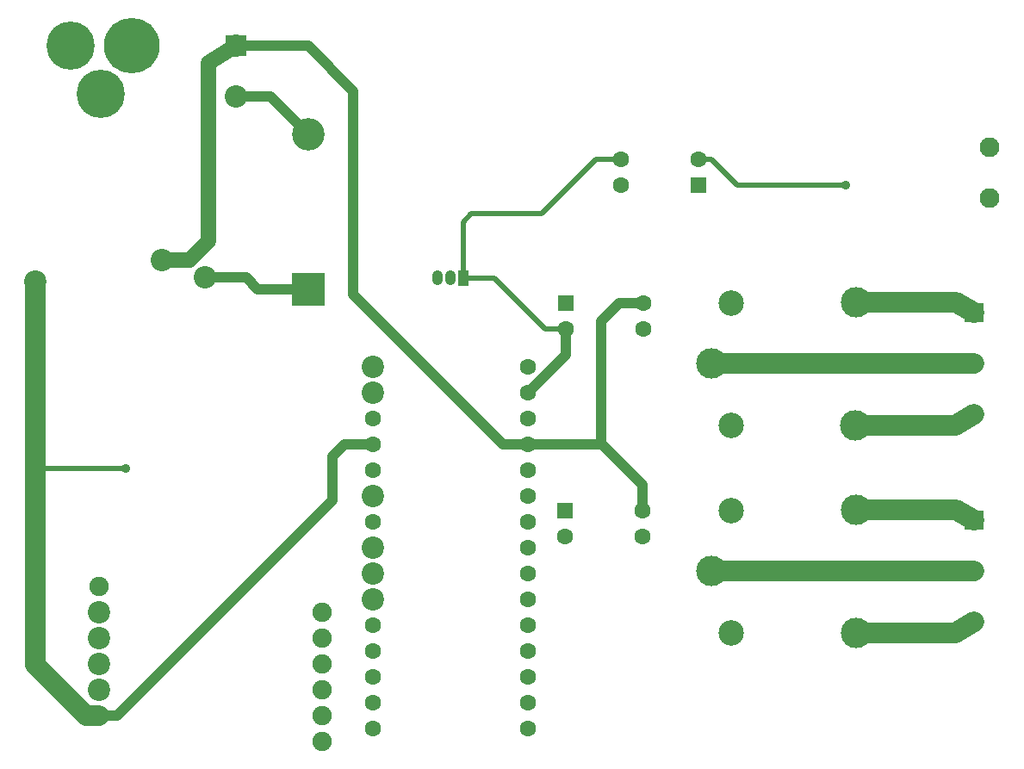
<source format=gbr>
G04 Created by GerbView*
%FSLAX35Y35*%
%MOMM*%
G75*
%ADD10C,0.0254*%
%ADD11C,2.9997*%
%ADD12C,2.4994*%
%ADD13R,1.5977X0.0000*%
%ADD14C,1.5977*%
%ADD15R,1.5977X1.5977*%
%ADD16R,1.9482X1.9482*%
%ADD17C,1.9482*%
%ADD18C,5.4585*%
%ADD19C,4.7396*%
%ADD20R,1.0490X1.4986*%
%ADD21R,1.0490X0.4496*%
%ADD22C,1.0490*%
%ADD23R,3.1979X3.1979*%
%ADD24R,3.1979X0.0000*%
%ADD25C,3.1979*%
%ADD26R,1.9990X1.9990*%
%ADD27C,1.9990*%
%ADD28C,1.8999*%
%ADD29C,2.1996*%
%ADD30C,0.8992*%
%ADD31C,0.4978*%
%ADD32C,0.9982*%
%ADD33C,1.9990*%
%ADD34C,1.4986*%
%LNEXPORT*%
D02*
D10*
D11*
X16082200Y-12086200D03*
D10*
D12*
X16277200Y-12691199D03*
D10*
D11*
X17497200Y-12691199D03*
D10*
D11*
X17502200Y-11486200D03*
D10*
D12*
X16277200Y-11491200D03*
D10*
D11*
X16079700Y-10046200D03*
D10*
D12*
X16274700Y-10651199D03*
D10*
D11*
X17494700Y-10651199D03*
D10*
D11*
X17499700Y-09446200D03*
D10*
D12*
X16274700Y-09451200D03*
D10*
D13*
X14274000Y-10078000D03*
D10*
D14*
X14274000Y-10078000D03*
D10*
D14*
X14274000Y-10078000D03*
D10*
D13*
X14274000Y-10332000D03*
D10*
D14*
X14274000Y-10332000D03*
D10*
D14*
X14274000Y-10332000D03*
D10*
D13*
X14274000Y-10586000D03*
D10*
D14*
X14274000Y-10586000D03*
D10*
D14*
X14274000Y-10586000D03*
D10*
D13*
X14274000Y-10840000D03*
D10*
D14*
X14274000Y-10840000D03*
D10*
D14*
X14274000Y-10840000D03*
D10*
D13*
X14274000Y-11094000D03*
D10*
D14*
X14274000Y-11094000D03*
D10*
D14*
X14274000Y-11094000D03*
D10*
D13*
X14274000Y-11348000D03*
D10*
D14*
X14274000Y-11348000D03*
D10*
D14*
X14274000Y-11348000D03*
D10*
D13*
X14274000Y-11602000D03*
D10*
D14*
X14274000Y-11602000D03*
D10*
D14*
X14274000Y-11602000D03*
D10*
D13*
X14274000Y-11856000D03*
D10*
D14*
X14274000Y-11856000D03*
D10*
D14*
X14274000Y-11856000D03*
D10*
D13*
X14274000Y-12110000D03*
D10*
D14*
X14274000Y-12110000D03*
D10*
D14*
X14274000Y-12110000D03*
D10*
D13*
X14274000Y-12364000D03*
D10*
D14*
X14274000Y-12364000D03*
D10*
D14*
X14274000Y-12364000D03*
D10*
D13*
X14274000Y-12618000D03*
D10*
D14*
X14274000Y-12618000D03*
D10*
D14*
X14274000Y-12618000D03*
D10*
D13*
X14274000Y-12872000D03*
D10*
D14*
X14274000Y-12872000D03*
D10*
D14*
X14274000Y-12872000D03*
D10*
D13*
X14274000Y-13126000D03*
D10*
D14*
X14274000Y-13126000D03*
D10*
D14*
X14274000Y-13126000D03*
D10*
D13*
X14274000Y-13380000D03*
D10*
D14*
X14274000Y-13380000D03*
D10*
D14*
X14274000Y-13380000D03*
D10*
D13*
X14274000Y-13634000D03*
D10*
D14*
X14274000Y-13634000D03*
D10*
D14*
X14274000Y-13634000D03*
D10*
D13*
X12750000Y-13634000D03*
D10*
D14*
X12750000Y-13634000D03*
D10*
D14*
X12750000Y-13634000D03*
D10*
D13*
X12750000Y-13380000D03*
D10*
D14*
X12750000Y-13380000D03*
D10*
D14*
X12750000Y-13380000D03*
D10*
D13*
X12750000Y-13126000D03*
D10*
D14*
X12750000Y-13126000D03*
D10*
D14*
X12750000Y-13126000D03*
D10*
D13*
X12750000Y-12872000D03*
D10*
D14*
X12750000Y-12872000D03*
D10*
D14*
X12750000Y-12872000D03*
D10*
D13*
X12750000Y-12618000D03*
D10*
D14*
X12750000Y-12618000D03*
D10*
D14*
X12750000Y-12618000D03*
D10*
D13*
X12750000Y-12364000D03*
D10*
D14*
X12750000Y-12364000D03*
D10*
D14*
X12750000Y-12364000D03*
D10*
D13*
X12750000Y-12110000D03*
D10*
D14*
X12750000Y-12110000D03*
D10*
D14*
X12750000Y-12110000D03*
D10*
D13*
X12750000Y-11856000D03*
D10*
D14*
X12750000Y-11856000D03*
D10*
D14*
X12750000Y-11856000D03*
D10*
D13*
X12750000Y-11602000D03*
D10*
D14*
X12750000Y-11602000D03*
D10*
D14*
X12750000Y-11602000D03*
D10*
D13*
X12750000Y-11348000D03*
D10*
D14*
X12750000Y-11348000D03*
D10*
D14*
X12750000Y-11348000D03*
D10*
D13*
X12750000Y-11094000D03*
D10*
D14*
X12750000Y-11094000D03*
D10*
D14*
X12750000Y-11094000D03*
D10*
D13*
X12750000Y-10840000D03*
D10*
D14*
X12750000Y-10840000D03*
D10*
D14*
X12750000Y-10840000D03*
D10*
D13*
X12750000Y-10586000D03*
D10*
D14*
X12750000Y-10586000D03*
D10*
D14*
X12750000Y-10586000D03*
D10*
D13*
X12750000Y-10332000D03*
D10*
D14*
X12750000Y-10332000D03*
D10*
D14*
X12750000Y-10332000D03*
D10*
D15*
X12750000Y-10078000D03*
D10*
D16*
X18660000Y-09546200D03*
D10*
D17*
X18660000Y-10046200D03*
D10*
D17*
X18660000Y-10546200D03*
D10*
D15*
X15950000Y-08295699D03*
D10*
D13*
X15950000Y-08041700D03*
D10*
D14*
X15950000Y-08041700D03*
D10*
D14*
X15950000Y-08041700D03*
D10*
D13*
X15188000Y-08041700D03*
D10*
D14*
X15188000Y-08041700D03*
D10*
D14*
X15188000Y-08041700D03*
D10*
D13*
X15188000Y-08295700D03*
D10*
D14*
X15188000Y-08295700D03*
D10*
D14*
X15188000Y-08295700D03*
D10*
D17*
X18817200Y-07918700D03*
D10*
D17*
X18817200Y-08418700D03*
D10*
D18*
X10379500Y-06923500D03*
D10*
D19*
X9779500Y-06923500D03*
D10*
D19*
X10079500Y-07393500D03*
D10*
D20*
X13639700Y-09202700D03*
D10*
D21*
X13512700Y-09202700D03*
D10*
D22*
X13512700Y-09225200D03*
D10*
D22*
X13512700Y-09180200D03*
D10*
D21*
X13385700Y-09202700D03*
D10*
D22*
X13385700Y-09225200D03*
D10*
D22*
X13385700Y-09180200D03*
D10*
D15*
X14644500Y-09450500D03*
D10*
D13*
X14644500Y-09704500D03*
D10*
D14*
X14644500Y-09704500D03*
D10*
D14*
X14644500Y-09704500D03*
D10*
D13*
X15406500Y-09704500D03*
D10*
D14*
X15406500Y-09704500D03*
D10*
D14*
X15406500Y-09704500D03*
D10*
D13*
X15406500Y-09450500D03*
D10*
D14*
X15406500Y-09450500D03*
D10*
D14*
X15406500Y-09450500D03*
D10*
D23*
X12115000Y-09313999D03*
D10*
D24*
X12115000Y-07790000D03*
D10*
D25*
X12115000Y-07790000D03*
D10*
D25*
X12115000Y-07790000D03*
D10*
D26*
X11406000Y-06922532D03*
D10*
D27*
X11406000Y-07422532D03*
D10*
D16*
X18660000Y-11586200D03*
D10*
D17*
X18660000Y-12086200D03*
D10*
D17*
X18660000Y-12586200D03*
D10*
D28*
X10062200Y-12233700D03*
D10*
D28*
X10062200Y-12487700D03*
D10*
D28*
X10062200Y-12741700D03*
D10*
D28*
X10062200Y-12995700D03*
D10*
D28*
X10062200Y-13249700D03*
D10*
D28*
X10062200Y-13503700D03*
D10*
D28*
X12249200Y-13757700D03*
D10*
D28*
X12249200Y-13503700D03*
D10*
D28*
X12249200Y-13249700D03*
D10*
D28*
X12249200Y-12995700D03*
D10*
D28*
X12249200Y-12741700D03*
D10*
D28*
X12249200Y-12487700D03*
D10*
D15*
X14639700Y-11488700D03*
D10*
D13*
X14639700Y-11742700D03*
D10*
D14*
X14639700Y-11742700D03*
D10*
D14*
X14639700Y-11742700D03*
D10*
D13*
X15401700Y-11742700D03*
D10*
D14*
X15401700Y-11742700D03*
D10*
D14*
X15401700Y-11742700D03*
D10*
D13*
X15401700Y-11488700D03*
D10*
D14*
X15401700Y-11488700D03*
D10*
D14*
X15401700Y-11488700D03*
D10*
D29*
X11406000Y-06922532D03*
D10*
D29*
X11406000Y-07422532D03*
D10*
D29*
X10062200Y-12741700D03*
D10*
D29*
X10062200Y-12487700D03*
D10*
D29*
X10062200Y-12995700D03*
D10*
D29*
X10062200Y-13249700D03*
D10*
D29*
X12750000Y-10078000D03*
D10*
D29*
X12750000Y-10332000D03*
D10*
D29*
X12750000Y-11348000D03*
D10*
D29*
X12752200Y-11856700D03*
D10*
D29*
X12750000Y-12110000D03*
D10*
D29*
X12750000Y-12364000D03*
D10*
D29*
X9434700Y-09243700D03*
D10*
D30*
X10319700Y-11076200D03*
D10*
D29*
X10680000Y-09030000D03*
D10*
D29*
X11101200Y-09198800D03*
D10*
D30*
X17398000Y-08293700D03*
D10*
D31*
X10319700Y-11076200D02*
X9504700D01*
D32*
X12352200Y-10957800D02*
X12469300Y-10840700D01*
D31*
X15188000Y-08041700D02*
X14943300D01*
D33*
X9434700Y-11146200D02*
Y-13010550D01*
D32*
X11406000Y-07422532D02*
X11747532D01*
D31*
X14444500Y-09704500D02*
X13942700Y-09202700D01*
D32*
X10239700Y-13503700D02*
X12352200Y-11391200D01*
D31*
X9504700Y-11076200D02*
X9434700Y-11146200D01*
D33*
X9434700Y-13010550D02*
X9927849Y-13503700D01*
X9434700Y-09243700D02*
Y-11146200D01*
D32*
X11747532Y-07422532D02*
X12115000Y-07790000D01*
X14644500Y-09964400D02*
Y-09704500D01*
D31*
X14409750Y-08575249D02*
X13720000Y-08574999D01*
X13639700Y-08660000D02*
Y-09202700D01*
D32*
X10062200Y-13503700D02*
X10239700D01*
D31*
X13720000Y-08574999D02*
X13639700Y-08660000D01*
X13942700Y-09202700D02*
X13639700D01*
D32*
X14276200Y-10332700D02*
X14644500Y-09964400D01*
D31*
X14644500Y-09704500D02*
X14444500D01*
D32*
X12469300Y-10840700D02*
X12752200D01*
D33*
X9927849Y-13503700D02*
X10062200D01*
D32*
X12352200Y-11391200D02*
Y-10957800D01*
D31*
X14943300Y-08041700D02*
X14409750Y-08575249D01*
D32*
X15406500Y-09450500D02*
X15172900D01*
X14994700Y-10833699D02*
X15001700Y-10840700D01*
X15001000Y-10840000D02*
X15001700Y-10840700D01*
X12559463Y-07369463D02*
X12112532Y-06922532D01*
X14994700Y-09628700D02*
Y-10833699D01*
X12112532Y-06922532D02*
X11406000D01*
X15001700Y-10840700D02*
X15401700Y-11240700D01*
Y-11488700D01*
X14274000Y-10840000D02*
X14030000D01*
D34*
X10680000Y-09030000D02*
X10950000D01*
D32*
X12560000Y-09370000D02*
Y-09310000D01*
X15172900Y-09450500D02*
X14994700Y-09628700D01*
X12560000Y-09310000D02*
X12559463Y-07369463D01*
D34*
X11135000Y-08844999D02*
X10950000Y-09030000D01*
X11135000Y-07092532D02*
X11406000Y-06922532D01*
X11135000Y-07092532D02*
Y-08844999D01*
D32*
X14030000Y-10840000D02*
X12560000Y-09370000D01*
X14274000Y-10840000D02*
X15001000D01*
X11620000Y-09315000D02*
X11621000Y-09313999D01*
X11101200Y-09198800D02*
X11503800D01*
X11620000Y-09315000D01*
X11621000Y-09313999D02*
X12115000D01*
D33*
X18479700Y-09446200D02*
X18660000Y-09546200D01*
X17499700Y-09446200D02*
X18479700D01*
X16079700Y-10046200D02*
X18660000D01*
X18474700Y-10651199D02*
X18660000Y-10546200D01*
X17494700Y-10651199D02*
X18474700D01*
Y-12691199D02*
X18660000Y-12586200D01*
X17497200Y-12691199D02*
X18474700D01*
X16082200Y-12086200D02*
X18660000D01*
X17502200Y-11486200D02*
X18479700D01*
X18660000Y-11586200D01*
D31*
X17398000Y-08293700D02*
X16393700D01*
X15950000Y-08041700D02*
X16080700D01*
X16332700Y-08293700D02*
X16393700D01*
X16080700Y-08041700D02*
X16332700Y-08293700D01*
D02*
M02*

</source>
